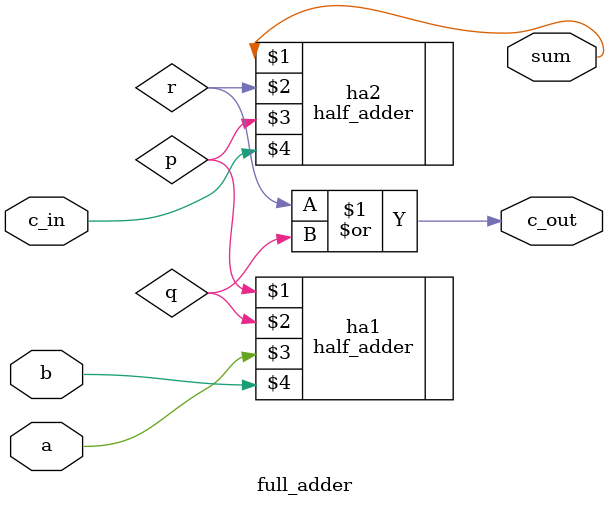
<source format=v>

module full_adder(sum, c_out, a, b, c_in);
    input a, b, c_in;
    output sum, c_out;
    wire p, q, r;
    
    half_adder ha1(p, q, a, b),
               ha2(sum, r, p, c_in);
    or g1(c_out, r, q);
endmodule

</source>
